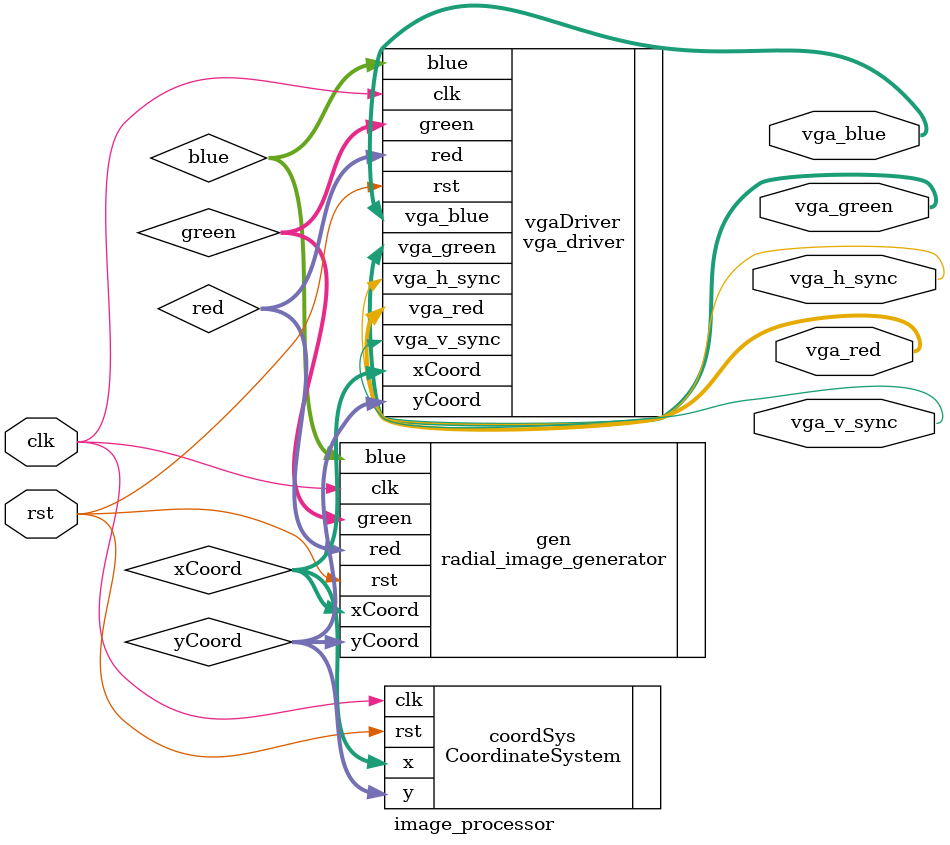
<source format=v>
module image_processor(
    input clk,
    input rst,
    output vga_h_sync,
    output vga_v_sync,
    output [7:0] vga_red,
    output [7:0] vga_green,
    output [7:0] vga_blue
);


    wire [10:0] xCoord, yCoord;
    wire [7:0] red, green, blue;

    CoordinateSystem coordSys(
        .clk(clk),
        .rst(rst),
        .x(xCoord),
        .y(yCoord)
    );

	 radial_image_generator gen(
			.clk(clk),
			.rst(rst),
			.xCoord(xCoord),
			.yCoord(yCoord),
			.red(red),
			.green(green),
			.blue(blue)
	 
	 );
	 
    vga_driver vgaDriver(
        .clk(clk),
        .rst(rst),
		  .xCoord(xCoord),
		  .yCoord(yCoord),
        .red(red),
        .green(green),
        .blue(blue),
        .vga_h_sync(vga_h_sync),
        .vga_v_sync(vga_v_sync),
        .vga_red(vga_red),
        .vga_green(vga_green),
        .vga_blue(vga_blue)
    );

endmodule

</source>
